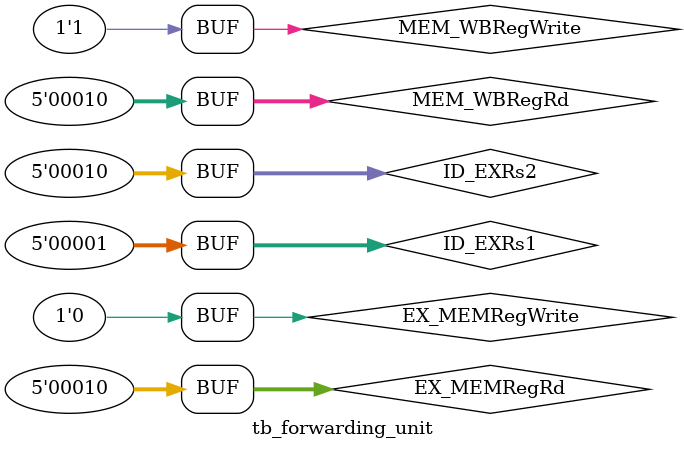
<source format=v>

`timescale 1ns/1ns
module tb_forwarding_unit();

reg[4:0] ID_EXRs1, ID_EXRs2, EX_MEMRegRd, MEM_WBRegRd;
reg EX_MEMRegWrite, MEM_WBRegWrite;
wire[1:0] Fwd_A, Fwd_B;

forwarding_unit DUT_1(ID_EXRs1, ID_EXRs2, EX_MEMRegRd, EX_MEMRegWrite, MEM_WBRegWrite, MEM_WBRegRd, Fwd_A, Fwd_B);

initial
begin


ID_EXRs1 = 1 ; ID_EXRs2 = 2 ; EX_MEMRegRd = 3 ; MEM_WBRegRd = 4 ; EX_MEMRegWrite = 1 ; MEM_WBRegWrite = 0;#10;
ID_EXRs1 = 1 ; ID_EXRs2 = 2 ; EX_MEMRegRd = 1 ; MEM_WBRegRd = 4 ; EX_MEMRegWrite = 1 ; MEM_WBRegWrite = 0;#10;
ID_EXRs1 = 1 ; ID_EXRs2 = 2 ; EX_MEMRegRd = 2 ; MEM_WBRegRd = 4 ; EX_MEMRegWrite = 1 ; MEM_WBRegWrite = 0;#10;
ID_EXRs1 = 0 ; ID_EXRs2 = 0 ; EX_MEMRegRd = 0 ; MEM_WBRegRd = 0 ; EX_MEMRegWrite = 1 ; MEM_WBRegWrite = 0;#10;
ID_EXRs1 = 1 ; ID_EXRs2 = 2 ; EX_MEMRegRd = 1 ; MEM_WBRegRd = 1 ; EX_MEMRegWrite = 0 ; MEM_WBRegWrite = 0;#10;
ID_EXRs1 = 1 ; ID_EXRs2 = 2 ; EX_MEMRegRd = 2 ; MEM_WBRegRd = 2 ; EX_MEMRegWrite = 0 ; MEM_WBRegWrite = 0;#10;
ID_EXRs1 = 1 ; ID_EXRs2 = 2 ; EX_MEMRegRd = 1 ; MEM_WBRegRd = 1 ; EX_MEMRegWrite = 1 ; MEM_WBRegWrite = 1;#10;
ID_EXRs1 = 1 ; ID_EXRs2 = 2 ; EX_MEMRegRd = 2 ; MEM_WBRegRd = 2 ; EX_MEMRegWrite = 1 ; MEM_WBRegWrite = 1;#10;
ID_EXRs1 = 1 ; ID_EXRs2 = 2 ; EX_MEMRegRd = 3 ; MEM_WBRegRd = 4 ; EX_MEMRegWrite = 1 ; MEM_WBRegWrite = 1;#10;
ID_EXRs1 = 1 ; ID_EXRs2 = 2 ; EX_MEMRegRd = 1 ; MEM_WBRegRd = 1 ; EX_MEMRegWrite = 0 ; MEM_WBRegWrite = 1;#10;
ID_EXRs1 = 1 ; ID_EXRs2 = 2 ; EX_MEMRegRd = 2 ; MEM_WBRegRd = 2 ; EX_MEMRegWrite = 0 ; MEM_WBRegWrite = 1;#10;

end

endmodule
</source>
